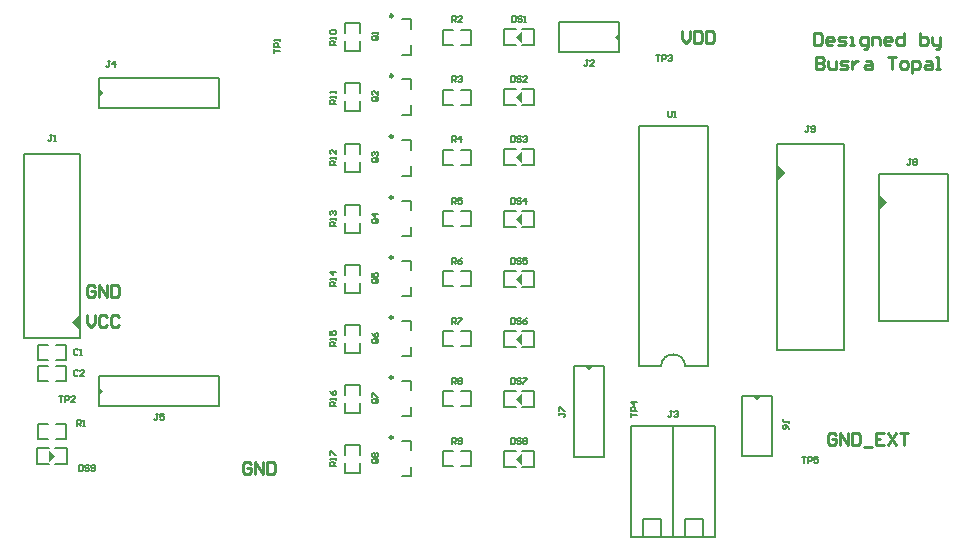
<source format=gto>
G04*
G04 #@! TF.GenerationSoftware,Altium Limited,Altium Designer,22.11.1 (43)*
G04*
G04 Layer_Color=65535*
%FSLAX25Y25*%
%MOIN*%
G70*
G04*
G04 #@! TF.SameCoordinates,6D67B21A-DBE7-4323-B212-FBECE55DCE4B*
G04*
G04*
G04 #@! TF.FilePolarity,Positive*
G04*
G01*
G75*
%ADD10C,0.00600*%
%ADD11C,0.00984*%
%ADD12C,0.00787*%
%ADD13C,0.00800*%
%ADD14C,0.01000*%
%ADD15C,0.00500*%
G36*
X199000Y147000D02*
X197500Y148500D01*
X199000Y150000D01*
Y147000D01*
D02*
G37*
G36*
X166500Y146500D02*
X164500Y148500D01*
X166500Y150500D01*
Y146500D01*
D02*
G37*
G36*
X27000Y130000D02*
X25500Y128500D01*
Y131500D01*
X27000Y130000D01*
D02*
G37*
G36*
X166500Y126500D02*
X164500Y128500D01*
X166500Y130500D01*
Y126500D01*
D02*
G37*
G36*
Y106500D02*
X164500Y108500D01*
X166500Y110500D01*
Y106500D01*
D02*
G37*
G36*
X254256Y103356D02*
X251500Y100600D01*
Y106112D01*
X254256Y103356D01*
D02*
G37*
G36*
X288256Y93514D02*
X285500Y90758D01*
Y96270D01*
X288256Y93514D01*
D02*
G37*
G36*
X166500Y86000D02*
X164500Y88000D01*
X166500Y90000D01*
Y86000D01*
D02*
G37*
G36*
Y66000D02*
X164500Y68000D01*
X166500Y70000D01*
Y66000D01*
D02*
G37*
G36*
X19378Y50866D02*
X16622Y53622D01*
X19378Y56378D01*
Y50866D01*
D02*
G37*
G36*
X166500Y46000D02*
X164500Y48000D01*
X166500Y50000D01*
Y46000D01*
D02*
G37*
G36*
X189000Y37500D02*
X187500Y39000D01*
X190500D01*
X189000Y37500D01*
D02*
G37*
G36*
X27000Y30500D02*
X25500Y29000D01*
Y32000D01*
X27000Y30500D01*
D02*
G37*
G36*
X245000Y27500D02*
X243500Y29000D01*
X246500D01*
X245000Y27500D01*
D02*
G37*
G36*
X166500Y26000D02*
X164500Y28000D01*
X166500Y30000D01*
Y26000D01*
D02*
G37*
G36*
X11000Y9000D02*
X9000Y7000D01*
Y11000D01*
X11000Y9000D01*
D02*
G37*
G36*
X166500Y6000D02*
X164500Y8000D01*
X166500Y10000D01*
Y6000D01*
D02*
G37*
D10*
X221000Y38750D02*
G03*
X213000Y38750I-4000J0D01*
G01*
X221000D02*
X228500D01*
X205500D02*
X213000D01*
X205500Y118750D02*
X228500D01*
Y38750D02*
Y118750D01*
X205500Y38750D02*
Y118750D01*
X166675Y145787D02*
X170500D01*
X160500Y145801D02*
X164502D01*
X170500Y145787D02*
Y151213D01*
X166675D02*
X170500D01*
X160500Y145801D02*
Y151213D01*
X164502D01*
X166675Y105787D02*
X170500D01*
X160500Y105801D02*
X164502D01*
X170500Y105787D02*
Y111213D01*
X166675D02*
X170500D01*
X160500Y105801D02*
Y111213D01*
X164502D01*
X166675Y85287D02*
X170500D01*
X160500Y85301D02*
X164502D01*
X170500Y85287D02*
Y90713D01*
X166675D02*
X170500D01*
X160500Y85301D02*
Y90713D01*
X164502D01*
X160500Y131213D02*
X164502D01*
X160500Y125801D02*
Y131213D01*
X166675D02*
X170500D01*
Y125787D02*
Y131213D01*
X160500Y125801D02*
X164502D01*
X166675Y125787D02*
X170500D01*
X166675Y65287D02*
X170500D01*
X160500Y65301D02*
X164502D01*
X170500Y65287D02*
Y70713D01*
X166675D02*
X170500D01*
X160500Y65301D02*
Y70713D01*
X164502D01*
X166675Y25287D02*
X170500D01*
X160500Y25301D02*
X164502D01*
X170500Y25287D02*
Y30713D01*
X166675D02*
X170500D01*
X160500Y25301D02*
Y30713D01*
X164502D01*
X166675Y45287D02*
X170500D01*
X160500Y45301D02*
X164502D01*
X170500Y45287D02*
Y50713D01*
X166675D02*
X170500D01*
X160500Y45301D02*
Y50713D01*
X164502D01*
X166675Y5287D02*
X170500D01*
X160500Y5301D02*
X164502D01*
X170500Y5287D02*
Y10713D01*
X166675D02*
X170500D01*
X160500Y5301D02*
Y10713D01*
X164502D01*
X140300Y111000D02*
X143622D01*
X140300Y106000D02*
X143622D01*
X140300D02*
Y111000D01*
X149700Y106000D02*
Y111000D01*
X146378D02*
X149700D01*
X146378Y106000D02*
X149700D01*
X140300Y90500D02*
X143622D01*
X140300Y85500D02*
X143622D01*
X140300D02*
Y90500D01*
X149700Y85500D02*
Y90500D01*
X146378D02*
X149700D01*
X146378Y85500D02*
X149700D01*
X140300Y30500D02*
X143622D01*
X140300Y25500D02*
X143622D01*
X140300D02*
Y30500D01*
X149700Y25500D02*
Y30500D01*
X146378D02*
X149700D01*
X146378Y25500D02*
X149700D01*
X140300Y10500D02*
X143622D01*
X140300Y5500D02*
X143622D01*
X140300D02*
Y10500D01*
X149700Y5500D02*
Y10500D01*
X146378D02*
X149700D01*
X146378Y5500D02*
X149700D01*
X140300Y70500D02*
X143622D01*
X140300Y65500D02*
X143622D01*
X140300D02*
Y70500D01*
X149700Y65500D02*
Y70500D01*
X146378D02*
X149700D01*
X146378Y65500D02*
X149700D01*
X140300Y50500D02*
X143622D01*
X140300Y45500D02*
X143622D01*
X140300D02*
Y50500D01*
X149700Y45500D02*
Y50500D01*
X146378D02*
X149700D01*
X146378Y45500D02*
X149700D01*
X140300Y151000D02*
X143622D01*
X140300Y146000D02*
X143622D01*
X140300D02*
Y151000D01*
X149700Y146000D02*
Y151000D01*
X146378D02*
X149700D01*
X146378Y146000D02*
X149700D01*
X140300Y131000D02*
X143622D01*
X140300Y126000D02*
X143622D01*
X140300D02*
Y131000D01*
X149700Y126000D02*
Y131000D01*
X146378D02*
X149700D01*
X146378Y126000D02*
X149700D01*
X5300Y46000D02*
X8622D01*
X5300Y41000D02*
X8622D01*
X5300D02*
Y46000D01*
X14700Y41000D02*
Y46000D01*
X11378D02*
X14700D01*
X11378Y41000D02*
X14700D01*
X5300Y39000D02*
X8622D01*
X5300Y34000D02*
X8622D01*
X5300D02*
Y39000D01*
X14700Y34000D02*
Y39000D01*
X11378D02*
X14700D01*
X11378Y34000D02*
X14700D01*
X5000Y11713D02*
X8825D01*
X10998Y11699D02*
X15000D01*
X5000Y6287D02*
Y11713D01*
Y6287D02*
X8825D01*
X15000D02*
Y11699D01*
X10998Y6287D02*
X15000D01*
X5300Y19500D02*
X8622D01*
X5300Y14500D02*
X8622D01*
X5300D02*
Y19500D01*
X14700Y14500D02*
Y19500D01*
X11378D02*
X14700D01*
X11378Y14500D02*
X14700D01*
X112500Y49378D02*
Y52700D01*
X107500Y49378D02*
Y52700D01*
X112500D01*
X107500Y43300D02*
X112500D01*
Y46622D01*
X107500Y43300D02*
Y46622D01*
X112500Y89378D02*
Y92700D01*
X107500Y89378D02*
Y92700D01*
X112500D01*
X107500Y83300D02*
X112500D01*
Y86622D01*
X107500Y83300D02*
Y86622D01*
X112500Y69378D02*
Y72700D01*
X107500Y69378D02*
Y72700D01*
X112500D01*
X107500Y63300D02*
X112500D01*
Y66622D01*
X107500Y63300D02*
Y66622D01*
X112500Y29378D02*
Y32700D01*
X107500Y29378D02*
Y32700D01*
X112500D01*
X107500Y23300D02*
X112500D01*
Y26622D01*
X107500Y23300D02*
Y26622D01*
X112500Y9378D02*
Y12700D01*
X107500Y9378D02*
Y12700D01*
X112500D01*
X107500Y3300D02*
X112500D01*
Y6622D01*
X107500Y3300D02*
Y6622D01*
Y103560D02*
Y106882D01*
X112500Y103560D02*
Y106882D01*
X107500Y103560D02*
X112500D01*
X107500Y112960D02*
X112500D01*
X107500Y109638D02*
Y112960D01*
X112500Y109638D02*
Y112960D01*
Y129878D02*
Y133200D01*
X107500Y129878D02*
Y133200D01*
X112500D01*
X107500Y123800D02*
X112500D01*
Y127122D01*
X107500Y123800D02*
Y127122D01*
Y143800D02*
Y147122D01*
X112500Y143800D02*
Y147122D01*
X107500Y143800D02*
X112500D01*
X107500Y153200D02*
X112500D01*
X107500Y149878D02*
Y153200D01*
X112500Y149878D02*
Y153200D01*
D11*
X123555Y75087D02*
G03*
X123555Y75087I-492J0D01*
G01*
Y55087D02*
G03*
X123555Y55087I-492J0D01*
G01*
Y35087D02*
G03*
X123555Y35087I-492J0D01*
G01*
Y15087D02*
G03*
X123555Y15087I-492J0D01*
G01*
Y115346D02*
G03*
X123555Y115346I-492J0D01*
G01*
Y95087D02*
G03*
X123555Y95087I-492J0D01*
G01*
Y155587D02*
G03*
X123555Y155587I-492J0D01*
G01*
Y135587D02*
G03*
X123555Y135587I-492J0D01*
G01*
D12*
X308752Y54014D02*
Y103014D01*
X285500D02*
X308752D01*
X285500Y54014D02*
Y103014D01*
Y54014D02*
X308752D01*
X274000Y44356D02*
Y112856D01*
X251500D02*
X274000D01*
X251500Y44356D02*
Y112856D01*
Y44356D02*
X274000D01*
X240000Y29000D02*
X250000D01*
Y9000D02*
Y29000D01*
X240000Y9000D02*
Y29000D01*
Y9000D02*
X250000D01*
X184000Y8500D02*
X194000D01*
X184000D02*
Y39000D01*
X194000Y8500D02*
Y39000D01*
X184000D02*
X194000D01*
X199000Y143500D02*
Y153500D01*
X179000Y143500D02*
X199000D01*
X179000Y153500D02*
X199000D01*
X179000Y143500D02*
Y153500D01*
X126606Y73905D02*
X129756D01*
Y70756D02*
Y73905D01*
X126606Y62094D02*
X129756D01*
Y65244D01*
X126606Y53905D02*
X129756D01*
Y50756D02*
Y53905D01*
X126606Y42094D02*
X129756D01*
Y45244D01*
X126606Y33906D02*
X129756D01*
Y30756D02*
Y33906D01*
X126606Y22095D02*
X129756D01*
Y25244D01*
Y2094D02*
Y5244D01*
X126606Y2094D02*
X129756D01*
Y10756D02*
Y13905D01*
X126606D02*
X129756D01*
Y102354D02*
Y105504D01*
X126606Y102354D02*
X129756D01*
Y111016D02*
Y114165D01*
X126606D02*
X129756D01*
Y82095D02*
Y85244D01*
X126606Y82095D02*
X129756D01*
Y90756D02*
Y93906D01*
X126606D02*
X129756D01*
X126606Y154405D02*
X129756D01*
Y151256D02*
Y154405D01*
X126606Y142595D02*
X129756D01*
Y145744D01*
Y122594D02*
Y125744D01*
X126606Y122594D02*
X129756D01*
Y131256D02*
Y134406D01*
X126606D02*
X129756D01*
X25500Y25500D02*
Y35500D01*
X65500D01*
X25500Y25500D02*
X65500D01*
Y35500D01*
X19252Y48189D02*
Y109500D01*
X748D02*
X19252D01*
X748Y48189D02*
X19252D01*
X748D02*
Y109500D01*
X65500Y125000D02*
Y135000D01*
X25500Y125000D02*
X65500D01*
X25500Y135000D02*
X65500D01*
X25500Y125000D02*
Y135000D01*
D13*
X203000Y19000D02*
X217000D01*
Y-18000D02*
Y19000D01*
X203000Y-18000D02*
X217000D01*
X203000D02*
Y19000D01*
X207000Y-18000D02*
Y-12000D01*
X213000D01*
Y-18000D02*
Y-12000D01*
X217000Y19000D02*
X231000D01*
X217000Y-18000D02*
X231000D01*
X227000D02*
Y-12000D01*
X221000D02*
X227000D01*
X221000Y-18000D02*
Y-12000D01*
X231000Y-18000D02*
Y19000D01*
D14*
X24166Y65332D02*
X23499Y65999D01*
X22166D01*
X21500Y65332D01*
Y62666D01*
X22166Y62000D01*
X23499D01*
X24166Y62666D01*
Y63999D01*
X22833D01*
X25499Y62000D02*
Y65999D01*
X28164Y62000D01*
Y65999D01*
X29497D02*
Y62000D01*
X31497D01*
X32163Y62666D01*
Y65332D01*
X31497Y65999D01*
X29497D01*
X21500Y55999D02*
Y53333D01*
X22833Y52000D01*
X24166Y53333D01*
Y55999D01*
X28164Y55332D02*
X27498Y55999D01*
X26165D01*
X25499Y55332D01*
Y52666D01*
X26165Y52000D01*
X27498D01*
X28164Y52666D01*
X32163Y55332D02*
X31497Y55999D01*
X30164D01*
X29497Y55332D01*
Y52666D01*
X30164Y52000D01*
X31497D01*
X32163Y52666D01*
X76166Y6332D02*
X75499Y6999D01*
X74166D01*
X73500Y6332D01*
Y3666D01*
X74166Y3000D01*
X75499D01*
X76166Y3666D01*
Y4999D01*
X74833D01*
X77499Y3000D02*
Y6999D01*
X80164Y3000D01*
Y6999D01*
X81497D02*
Y3000D01*
X83497D01*
X84163Y3666D01*
Y6332D01*
X83497Y6999D01*
X81497D01*
X271166Y15999D02*
X270499Y16665D01*
X269166D01*
X268500Y15999D01*
Y13333D01*
X269166Y12666D01*
X270499D01*
X271166Y13333D01*
Y14666D01*
X269833D01*
X272499Y12666D02*
Y16665D01*
X275165Y12666D01*
Y16665D01*
X276497D02*
Y12666D01*
X278497D01*
X279163Y13333D01*
Y15999D01*
X278497Y16665D01*
X276497D01*
X280496Y12000D02*
X283162D01*
X287161Y16665D02*
X284495D01*
Y12666D01*
X287161D01*
X284495Y14666D02*
X285828D01*
X288494Y16665D02*
X291159Y12666D01*
Y16665D02*
X288494Y12666D01*
X292492Y16665D02*
X295158D01*
X293825D01*
Y12666D01*
X220000Y150499D02*
Y147833D01*
X221333Y146500D01*
X222666Y147833D01*
Y150499D01*
X223999D02*
Y146500D01*
X225998D01*
X226664Y147167D01*
Y149832D01*
X225998Y150499D01*
X223999D01*
X227997D02*
Y146500D01*
X229997D01*
X230663Y147167D01*
Y149832D01*
X229997Y150499D01*
X227997D01*
X264000Y149832D02*
Y145833D01*
X265999D01*
X266666Y146499D01*
Y149165D01*
X265999Y149832D01*
X264000D01*
X269998Y145833D02*
X268665D01*
X267999Y146499D01*
Y147832D01*
X268665Y148499D01*
X269998D01*
X270665Y147832D01*
Y147166D01*
X267999D01*
X271997Y145833D02*
X273997D01*
X274663Y146499D01*
X273997Y147166D01*
X272664D01*
X271997Y147832D01*
X272664Y148499D01*
X274663D01*
X275996Y145833D02*
X277329D01*
X276663D01*
Y148499D01*
X275996D01*
X280661Y144500D02*
X281328D01*
X281994Y145167D01*
Y148499D01*
X279995D01*
X279328Y147832D01*
Y146499D01*
X279995Y145833D01*
X281994D01*
X283327D02*
Y148499D01*
X285327D01*
X285993Y147832D01*
Y145833D01*
X289325D02*
X287992D01*
X287326Y146499D01*
Y147832D01*
X287992Y148499D01*
X289325D01*
X289992Y147832D01*
Y147166D01*
X287326D01*
X293990Y149832D02*
Y145833D01*
X291991D01*
X291324Y146499D01*
Y147832D01*
X291991Y148499D01*
X293990D01*
X299322Y149832D02*
Y145833D01*
X301321D01*
X301988Y146499D01*
Y147166D01*
Y147832D01*
X301321Y148499D01*
X299322D01*
X303321D02*
Y146499D01*
X303987Y145833D01*
X305986D01*
Y145167D01*
X305320Y144500D01*
X304654D01*
X305986Y145833D02*
Y148499D01*
X264500Y141832D02*
Y137833D01*
X266499D01*
X267166Y138499D01*
Y139166D01*
X266499Y139832D01*
X264500D01*
X266499D01*
X267166Y140499D01*
Y141165D01*
X266499Y141832D01*
X264500D01*
X268499Y140499D02*
Y138499D01*
X269165Y137833D01*
X271164D01*
Y140499D01*
X272497Y137833D02*
X274497D01*
X275163Y138499D01*
X274497Y139166D01*
X273164D01*
X272497Y139832D01*
X273164Y140499D01*
X275163D01*
X276496D02*
Y137833D01*
Y139166D01*
X277163Y139832D01*
X277829Y140499D01*
X278496D01*
X281161D02*
X282494D01*
X283161Y139832D01*
Y137833D01*
X281161D01*
X280495Y138499D01*
X281161Y139166D01*
X283161D01*
X288492Y141832D02*
X291158D01*
X289825D01*
Y137833D01*
X293157D02*
X294490D01*
X295157Y138499D01*
Y139832D01*
X294490Y140499D01*
X293157D01*
X292491Y139832D01*
Y138499D01*
X293157Y137833D01*
X296490Y136500D02*
Y140499D01*
X298489D01*
X299155Y139832D01*
Y138499D01*
X298489Y137833D01*
X296490D01*
X301155Y140499D02*
X302488D01*
X303154Y139832D01*
Y137833D01*
X301155D01*
X300488Y138499D01*
X301155Y139166D01*
X303154D01*
X304487Y137833D02*
X305820D01*
X305153D01*
Y141832D01*
X304487D01*
D15*
X215167Y124000D02*
Y122334D01*
X215500Y122000D01*
X216167D01*
X216500Y122334D01*
Y124000D01*
X217166Y122000D02*
X217833D01*
X217500D01*
Y124000D01*
X217166Y123667D01*
X296167Y108000D02*
X295500D01*
X295834D01*
Y106334D01*
X295500Y106000D01*
X295167D01*
X294834Y106334D01*
X296833Y107667D02*
X297166Y108000D01*
X297833D01*
X298166Y107667D01*
Y107333D01*
X297833Y107000D01*
X298166Y106667D01*
Y106334D01*
X297833Y106000D01*
X297166D01*
X296833Y106334D01*
Y106667D01*
X297166Y107000D01*
X296833Y107333D01*
Y107667D01*
X297166Y107000D02*
X297833D01*
X262167Y119000D02*
X261500D01*
X261834D01*
Y117334D01*
X261500Y117000D01*
X261167D01*
X260834Y117334D01*
X262833D02*
X263166Y117000D01*
X263833D01*
X264166Y117334D01*
Y118667D01*
X263833Y119000D01*
X263166D01*
X262833Y118667D01*
Y118333D01*
X263166Y118000D01*
X264166D01*
X259834Y8500D02*
X261167D01*
X260501D01*
Y6500D01*
X261834D02*
Y8500D01*
X262833D01*
X263166Y8167D01*
Y7500D01*
X262833Y7167D01*
X261834D01*
X265166Y8500D02*
X263833D01*
Y7500D01*
X264499Y7833D01*
X264833D01*
X265166Y7500D01*
Y6834D01*
X264833Y6500D01*
X264166D01*
X263833Y6834D01*
X255500Y19833D02*
Y20500D01*
Y20166D01*
X253834D01*
X253500Y20500D01*
Y20833D01*
X253834Y21166D01*
X255500Y17834D02*
X255167Y18500D01*
X254500Y19167D01*
X253834D01*
X253500Y18834D01*
Y18167D01*
X253834Y17834D01*
X254167D01*
X254500Y18167D01*
Y19167D01*
X216667Y24000D02*
X216000D01*
X216334D01*
Y22334D01*
X216000Y22000D01*
X215667D01*
X215334Y22334D01*
X217333Y23666D02*
X217667Y24000D01*
X218333D01*
X218666Y23666D01*
Y23333D01*
X218333Y23000D01*
X218000D01*
X218333D01*
X218666Y22667D01*
Y22334D01*
X218333Y22000D01*
X217667D01*
X217333Y22334D01*
X179000Y23167D02*
Y22500D01*
Y22834D01*
X180666D01*
X181000Y22500D01*
Y22167D01*
X180666Y21834D01*
X179000Y23833D02*
Y25166D01*
X179333D01*
X180666Y23833D01*
X181000D01*
X203000Y21834D02*
Y23167D01*
Y22501D01*
X205000D01*
Y23833D02*
X203000D01*
Y24833D01*
X203333Y25166D01*
X204000D01*
X204333Y24833D01*
Y23833D01*
X205000Y26833D02*
X203000D01*
X204000Y25833D01*
Y27166D01*
X211334Y142500D02*
X212667D01*
X212001D01*
Y140500D01*
X213334D02*
Y142500D01*
X214333D01*
X214666Y142166D01*
Y141500D01*
X214333Y141167D01*
X213334D01*
X215333Y142166D02*
X215666Y142500D01*
X216333D01*
X216666Y142166D01*
Y141833D01*
X216333Y141500D01*
X215999D01*
X216333D01*
X216666Y141167D01*
Y140834D01*
X216333Y140500D01*
X215666D01*
X215333Y140834D01*
X188667Y141000D02*
X188000D01*
X188334D01*
Y139334D01*
X188000Y139000D01*
X187667D01*
X187334Y139334D01*
X190666Y139000D02*
X189333D01*
X190666Y140333D01*
Y140666D01*
X190333Y141000D01*
X189666D01*
X189333Y140666D01*
X163166Y155499D02*
Y153500D01*
X164166D01*
X164499Y153833D01*
Y155166D01*
X164166Y155499D01*
X163166D01*
X166499Y155166D02*
X166165Y155499D01*
X165499D01*
X165166Y155166D01*
Y154833D01*
X165499Y154499D01*
X166165D01*
X166499Y154166D01*
Y153833D01*
X166165Y153500D01*
X165499D01*
X165166Y153833D01*
X167165Y153500D02*
X167831D01*
X167498D01*
Y155499D01*
X167165Y155166D01*
X162833Y115499D02*
Y113500D01*
X163833D01*
X164166Y113833D01*
Y115166D01*
X163833Y115499D01*
X162833D01*
X166165Y115166D02*
X165832Y115499D01*
X165165D01*
X164832Y115166D01*
Y114833D01*
X165165Y114499D01*
X165832D01*
X166165Y114166D01*
Y113833D01*
X165832Y113500D01*
X165165D01*
X164832Y113833D01*
X166832Y115166D02*
X167165Y115499D01*
X167831D01*
X168165Y115166D01*
Y114833D01*
X167831Y114499D01*
X167498D01*
X167831D01*
X168165Y114166D01*
Y113833D01*
X167831Y113500D01*
X167165D01*
X166832Y113833D01*
X162833Y94999D02*
Y93000D01*
X163833D01*
X164166Y93333D01*
Y94666D01*
X163833Y94999D01*
X162833D01*
X166165Y94666D02*
X165832Y94999D01*
X165165D01*
X164832Y94666D01*
Y94333D01*
X165165Y93999D01*
X165832D01*
X166165Y93666D01*
Y93333D01*
X165832Y93000D01*
X165165D01*
X164832Y93333D01*
X167831Y93000D02*
Y94999D01*
X166832Y93999D01*
X168165D01*
X162833Y135499D02*
Y133500D01*
X163833D01*
X164166Y133833D01*
Y135166D01*
X163833Y135499D01*
X162833D01*
X166165Y135166D02*
X165832Y135499D01*
X165165D01*
X164832Y135166D01*
Y134833D01*
X165165Y134500D01*
X165832D01*
X166165Y134166D01*
Y133833D01*
X165832Y133500D01*
X165165D01*
X164832Y133833D01*
X168165Y133500D02*
X166832D01*
X168165Y134833D01*
Y135166D01*
X167831Y135499D01*
X167165D01*
X166832Y135166D01*
X162833Y74999D02*
Y73000D01*
X163833D01*
X164166Y73333D01*
Y74666D01*
X163833Y74999D01*
X162833D01*
X166165Y74666D02*
X165832Y74999D01*
X165165D01*
X164832Y74666D01*
Y74333D01*
X165165Y74000D01*
X165832D01*
X166165Y73666D01*
Y73333D01*
X165832Y73000D01*
X165165D01*
X164832Y73333D01*
X168165Y74999D02*
X166832D01*
Y74000D01*
X167498Y74333D01*
X167831D01*
X168165Y74000D01*
Y73333D01*
X167831Y73000D01*
X167165D01*
X166832Y73333D01*
X162833Y34999D02*
Y33000D01*
X163833D01*
X164166Y33333D01*
Y34666D01*
X163833Y34999D01*
X162833D01*
X166165Y34666D02*
X165832Y34999D01*
X165165D01*
X164832Y34666D01*
Y34333D01*
X165165Y33999D01*
X165832D01*
X166165Y33666D01*
Y33333D01*
X165832Y33000D01*
X165165D01*
X164832Y33333D01*
X166832Y34999D02*
X168165D01*
Y34666D01*
X166832Y33333D01*
Y33000D01*
X162833Y54999D02*
Y53000D01*
X163833D01*
X164166Y53333D01*
Y54666D01*
X163833Y54999D01*
X162833D01*
X166165Y54666D02*
X165832Y54999D01*
X165165D01*
X164832Y54666D01*
Y54333D01*
X165165Y54000D01*
X165832D01*
X166165Y53666D01*
Y53333D01*
X165832Y53000D01*
X165165D01*
X164832Y53333D01*
X168165Y54999D02*
X167498Y54666D01*
X166832Y54000D01*
Y53333D01*
X167165Y53000D01*
X167831D01*
X168165Y53333D01*
Y53666D01*
X167831Y54000D01*
X166832D01*
X162833Y14999D02*
Y13000D01*
X163833D01*
X164166Y13333D01*
Y14666D01*
X163833Y14999D01*
X162833D01*
X166165Y14666D02*
X165832Y14999D01*
X165165D01*
X164832Y14666D01*
Y14333D01*
X165165Y13999D01*
X165832D01*
X166165Y13666D01*
Y13333D01*
X165832Y13000D01*
X165165D01*
X164832Y13333D01*
X166832Y14666D02*
X167165Y14999D01*
X167831D01*
X168165Y14666D01*
Y14333D01*
X167831Y13999D01*
X168165Y13666D01*
Y13333D01*
X167831Y13000D01*
X167165D01*
X166832Y13333D01*
Y13666D01*
X167165Y13999D01*
X166832Y14333D01*
Y14666D01*
X167165Y13999D02*
X167831D01*
X143333Y113500D02*
Y115499D01*
X144333D01*
X144666Y115166D01*
Y114499D01*
X144333Y114166D01*
X143333D01*
X144000D02*
X144666Y113500D01*
X146332D02*
Y115499D01*
X145332Y114499D01*
X146665D01*
X143333Y93000D02*
Y94999D01*
X144333D01*
X144666Y94666D01*
Y93999D01*
X144333Y93666D01*
X143333D01*
X144000D02*
X144666Y93000D01*
X146665Y94999D02*
X145332D01*
Y93999D01*
X145999Y94333D01*
X146332D01*
X146665Y93999D01*
Y93333D01*
X146332Y93000D01*
X145666D01*
X145332Y93333D01*
X143333Y33000D02*
Y34999D01*
X144333D01*
X144666Y34666D01*
Y33999D01*
X144333Y33666D01*
X143333D01*
X144000D02*
X144666Y33000D01*
X145332Y34666D02*
X145666Y34999D01*
X146332D01*
X146665Y34666D01*
Y34333D01*
X146332Y33999D01*
X146665Y33666D01*
Y33333D01*
X146332Y33000D01*
X145666D01*
X145332Y33333D01*
Y33666D01*
X145666Y33999D01*
X145332Y34333D01*
Y34666D01*
X145666Y33999D02*
X146332D01*
X143333Y13000D02*
Y14999D01*
X144333D01*
X144666Y14666D01*
Y13999D01*
X144333Y13666D01*
X143333D01*
X144000D02*
X144666Y13000D01*
X145332Y13333D02*
X145666Y13000D01*
X146332D01*
X146665Y13333D01*
Y14666D01*
X146332Y14999D01*
X145666D01*
X145332Y14666D01*
Y14333D01*
X145666Y13999D01*
X146665D01*
X143333Y73000D02*
Y74999D01*
X144333D01*
X144666Y74666D01*
Y74000D01*
X144333Y73666D01*
X143333D01*
X144000D02*
X144666Y73000D01*
X146665Y74999D02*
X145999Y74666D01*
X145332Y74000D01*
Y73333D01*
X145666Y73000D01*
X146332D01*
X146665Y73333D01*
Y73666D01*
X146332Y74000D01*
X145332D01*
X143333Y53000D02*
Y54999D01*
X144333D01*
X144666Y54666D01*
Y54000D01*
X144333Y53666D01*
X143333D01*
X144000D02*
X144666Y53000D01*
X145332Y54999D02*
X146665D01*
Y54666D01*
X145332Y53333D01*
Y53000D01*
X143333Y153500D02*
Y155499D01*
X144333D01*
X144666Y155166D01*
Y154499D01*
X144333Y154166D01*
X143333D01*
X144000D02*
X144666Y153500D01*
X146665D02*
X145332D01*
X146665Y154833D01*
Y155166D01*
X146332Y155499D01*
X145666D01*
X145332Y155166D01*
X143333Y133500D02*
Y135499D01*
X144333D01*
X144666Y135166D01*
Y134500D01*
X144333Y134166D01*
X143333D01*
X144000D02*
X144666Y133500D01*
X145332Y135166D02*
X145666Y135499D01*
X146332D01*
X146665Y135166D01*
Y134833D01*
X146332Y134500D01*
X145999D01*
X146332D01*
X146665Y134166D01*
Y133833D01*
X146332Y133500D01*
X145666D01*
X145332Y133833D01*
X118166Y67966D02*
X116833D01*
X116499Y67633D01*
Y66967D01*
X116833Y66633D01*
X118166D01*
X118499Y66967D01*
Y67633D01*
X117832Y67300D02*
X118499Y67966D01*
Y67633D02*
X118166Y67966D01*
X116499Y69966D02*
Y68633D01*
X117499D01*
X117166Y69299D01*
Y69632D01*
X117499Y69966D01*
X118166D01*
X118499Y69632D01*
Y68966D01*
X118166Y68633D01*
Y47966D02*
X116833D01*
X116499Y47633D01*
Y46967D01*
X116833Y46633D01*
X118166D01*
X118499Y46967D01*
Y47633D01*
X117832Y47300D02*
X118499Y47966D01*
Y47633D02*
X118166Y47966D01*
X116499Y49966D02*
X116833Y49299D01*
X117499Y48633D01*
X118166D01*
X118499Y48966D01*
Y49632D01*
X118166Y49966D01*
X117832D01*
X117499Y49632D01*
Y48633D01*
X118166Y27966D02*
X116833D01*
X116499Y27633D01*
Y26967D01*
X116833Y26633D01*
X118166D01*
X118499Y26967D01*
Y27633D01*
X117832Y27300D02*
X118499Y27966D01*
Y27633D02*
X118166Y27966D01*
X116499Y28633D02*
Y29966D01*
X116833D01*
X118166Y28633D01*
X118499D01*
X118166Y7966D02*
X116833D01*
X116499Y7633D01*
Y6967D01*
X116833Y6633D01*
X118166D01*
X118499Y6967D01*
Y7633D01*
X117832Y7300D02*
X118499Y7966D01*
Y7633D02*
X118166Y7966D01*
X116833Y8633D02*
X116499Y8966D01*
Y9632D01*
X116833Y9966D01*
X117166D01*
X117499Y9632D01*
X117832Y9966D01*
X118166D01*
X118499Y9632D01*
Y8966D01*
X118166Y8633D01*
X117832D01*
X117499Y8966D01*
X117166Y8633D01*
X116833D01*
X117499Y8966D02*
Y9632D01*
X118166Y108166D02*
X116833D01*
X116499Y107833D01*
Y107167D01*
X116833Y106833D01*
X118166D01*
X118499Y107167D01*
Y107833D01*
X117832Y107500D02*
X118499Y108166D01*
Y107833D02*
X118166Y108166D01*
X116833Y108833D02*
X116499Y109166D01*
Y109832D01*
X116833Y110166D01*
X117166D01*
X117499Y109832D01*
Y109499D01*
Y109832D01*
X117832Y110166D01*
X118166D01*
X118499Y109832D01*
Y109166D01*
X118166Y108833D01*
Y87966D02*
X116833D01*
X116499Y87633D01*
Y86967D01*
X116833Y86633D01*
X118166D01*
X118499Y86967D01*
Y87633D01*
X117832Y87300D02*
X118499Y87966D01*
Y87633D02*
X118166Y87966D01*
X118499Y89632D02*
X116499D01*
X117499Y88633D01*
Y89966D01*
X118166Y148800D02*
X116833D01*
X116500Y148466D01*
Y147800D01*
X116833Y147467D01*
X118166D01*
X118499Y147800D01*
Y148466D01*
X117833Y148133D02*
X118499Y148800D01*
Y148466D02*
X118166Y148800D01*
X118499Y149466D02*
Y150132D01*
Y149799D01*
X116500D01*
X116833Y149466D01*
X118166Y128466D02*
X116833D01*
X116499Y128133D01*
Y127467D01*
X116833Y127133D01*
X118166D01*
X118499Y127467D01*
Y128133D01*
X117832Y127800D02*
X118499Y128466D01*
Y128133D02*
X118166Y128466D01*
X118499Y130466D02*
Y129133D01*
X117166Y130466D01*
X116833D01*
X116499Y130132D01*
Y129466D01*
X116833Y129133D01*
X45167Y23000D02*
X44500D01*
X44834D01*
Y21334D01*
X44500Y21000D01*
X44167D01*
X43834Y21334D01*
X47166Y23000D02*
X45833D01*
Y22000D01*
X46500Y22333D01*
X46833D01*
X47166Y22000D01*
Y21334D01*
X46833Y21000D01*
X46167D01*
X45833Y21334D01*
X18500Y44166D02*
X18167Y44500D01*
X17500D01*
X17167Y44166D01*
Y42834D01*
X17500Y42500D01*
X18167D01*
X18500Y42834D01*
X19166Y42500D02*
X19833D01*
X19500D01*
Y44500D01*
X19166Y44166D01*
X18667Y37167D02*
X18334Y37500D01*
X17667D01*
X17334Y37167D01*
Y35834D01*
X17667Y35500D01*
X18334D01*
X18667Y35834D01*
X20666Y35500D02*
X19333D01*
X20666Y36833D01*
Y37167D01*
X20333Y37500D01*
X19667D01*
X19333Y37167D01*
X18834Y6000D02*
Y4000D01*
X19834D01*
X20167Y4334D01*
Y5666D01*
X19834Y6000D01*
X18834D01*
X22166Y5666D02*
X21833Y6000D01*
X21167D01*
X20833Y5666D01*
Y5333D01*
X21167Y5000D01*
X21833D01*
X22166Y4667D01*
Y4334D01*
X21833Y4000D01*
X21167D01*
X20833Y4334D01*
X22833D02*
X23166Y4000D01*
X23833D01*
X24166Y4334D01*
Y5666D01*
X23833Y6000D01*
X23166D01*
X22833Y5666D01*
Y5333D01*
X23166Y5000D01*
X24166D01*
X18167Y19000D02*
Y21000D01*
X19167D01*
X19500Y20666D01*
Y20000D01*
X19167Y19667D01*
X18167D01*
X18834D02*
X19500Y19000D01*
X20166D02*
X20833D01*
X20500D01*
Y21000D01*
X20166Y20666D01*
X12334Y29000D02*
X13667D01*
X13001D01*
Y27000D01*
X14333D02*
Y29000D01*
X15333D01*
X15666Y28666D01*
Y28000D01*
X15333Y27667D01*
X14333D01*
X17666Y27000D02*
X16333D01*
X17666Y28333D01*
Y28666D01*
X17333Y29000D01*
X16666D01*
X16333Y28666D01*
X10000Y116000D02*
X9334D01*
X9667D01*
Y114334D01*
X9334Y114000D01*
X9000D01*
X8667Y114334D01*
X10667Y114000D02*
X11333D01*
X11000D01*
Y116000D01*
X10667Y115666D01*
X29167Y140500D02*
X28500D01*
X28834D01*
Y138834D01*
X28500Y138500D01*
X28167D01*
X27834Y138834D01*
X30833Y138500D02*
Y140500D01*
X29833Y139500D01*
X31166D01*
X104500Y45550D02*
X102501D01*
Y46549D01*
X102834Y46883D01*
X103500D01*
X103834Y46549D01*
Y45550D01*
Y46216D02*
X104500Y46883D01*
Y47549D02*
Y48215D01*
Y47882D01*
X102501D01*
X102834Y47549D01*
X102501Y50548D02*
Y49215D01*
X103500D01*
X103167Y49882D01*
Y50215D01*
X103500Y50548D01*
X104167D01*
X104500Y50215D01*
Y49548D01*
X104167Y49215D01*
X104500Y85550D02*
X102501D01*
Y86549D01*
X102834Y86883D01*
X103500D01*
X103834Y86549D01*
Y85550D01*
Y86216D02*
X104500Y86883D01*
Y87549D02*
Y88215D01*
Y87882D01*
X102501D01*
X102834Y87549D01*
Y89215D02*
X102501Y89548D01*
Y90215D01*
X102834Y90548D01*
X103167D01*
X103500Y90215D01*
Y89881D01*
Y90215D01*
X103834Y90548D01*
X104167D01*
X104500Y90215D01*
Y89548D01*
X104167Y89215D01*
X104500Y65550D02*
X102501D01*
Y66549D01*
X102834Y66882D01*
X103500D01*
X103834Y66549D01*
Y65550D01*
Y66216D02*
X104500Y66882D01*
Y67549D02*
Y68215D01*
Y67882D01*
X102501D01*
X102834Y67549D01*
X104500Y70215D02*
X102501D01*
X103500Y69215D01*
Y70548D01*
X104500Y25550D02*
X102501D01*
Y26549D01*
X102834Y26882D01*
X103500D01*
X103834Y26549D01*
Y25550D01*
Y26216D02*
X104500Y26882D01*
Y27549D02*
Y28215D01*
Y27882D01*
X102501D01*
X102834Y27549D01*
X102501Y30548D02*
X102834Y29882D01*
X103500Y29215D01*
X104167D01*
X104500Y29548D01*
Y30215D01*
X104167Y30548D01*
X103834D01*
X103500Y30215D01*
Y29215D01*
X104500Y5550D02*
X102501D01*
Y6549D01*
X102834Y6882D01*
X103500D01*
X103834Y6549D01*
Y5550D01*
Y6216D02*
X104500Y6882D01*
Y7549D02*
Y8215D01*
Y7882D01*
X102501D01*
X102834Y7549D01*
X102501Y9215D02*
Y10548D01*
X102834D01*
X104167Y9215D01*
X104500D01*
Y105750D02*
X102501D01*
Y106749D01*
X102834Y107082D01*
X103500D01*
X103834Y106749D01*
Y105750D01*
Y106416D02*
X104500Y107082D01*
Y107749D02*
Y108415D01*
Y108082D01*
X102501D01*
X102834Y107749D01*
X104500Y110748D02*
Y109415D01*
X103167Y110748D01*
X102834D01*
X102501Y110415D01*
Y109748D01*
X102834Y109415D01*
X104500Y126383D02*
X102501D01*
Y127383D01*
X102834Y127716D01*
X103500D01*
X103834Y127383D01*
Y126383D01*
Y127049D02*
X104500Y127716D01*
Y128382D02*
Y129049D01*
Y128716D01*
X102501D01*
X102834Y128382D01*
X104500Y130049D02*
Y130715D01*
Y130382D01*
X102501D01*
X102834Y130049D01*
X104500Y146050D02*
X102501D01*
Y147049D01*
X102834Y147382D01*
X103500D01*
X103834Y147049D01*
Y146050D01*
Y146716D02*
X104500Y147382D01*
Y148049D02*
Y148715D01*
Y148382D01*
X102501D01*
X102834Y148049D01*
Y149715D02*
X102501Y150048D01*
Y150715D01*
X102834Y151048D01*
X104167D01*
X104500Y150715D01*
Y150048D01*
X104167Y149715D01*
X102834D01*
X84000Y143167D02*
Y144500D01*
Y143834D01*
X86000D01*
Y145167D02*
X84000D01*
Y146167D01*
X84333Y146500D01*
X85000D01*
X85333Y146167D01*
Y145167D01*
X86000Y147166D02*
Y147833D01*
Y147499D01*
X84000D01*
X84333Y147166D01*
M02*

</source>
